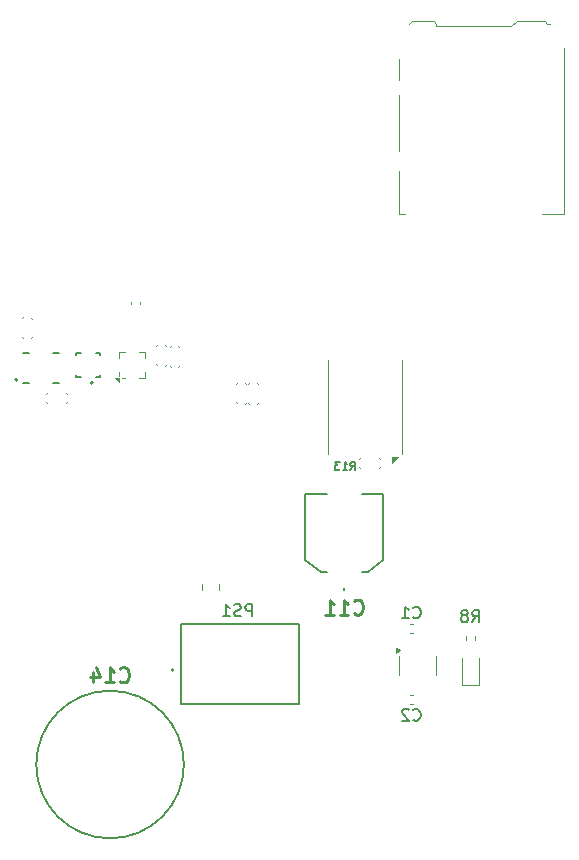
<source format=gbr>
G04 #@! TF.GenerationSoftware,KiCad,Pcbnew,9.0.3*
G04 #@! TF.CreationDate,2025-12-20T12:13:59-05:00*
G04 #@! TF.ProjectId,Experimental,45787065-7269-46d6-956e-74616c2e6b69,rev?*
G04 #@! TF.SameCoordinates,Original*
G04 #@! TF.FileFunction,Legend,Bot*
G04 #@! TF.FilePolarity,Positive*
%FSLAX46Y46*%
G04 Gerber Fmt 4.6, Leading zero omitted, Abs format (unit mm)*
G04 Created by KiCad (PCBNEW 9.0.3) date 2025-12-20 12:13:59*
%MOMM*%
%LPD*%
G01*
G04 APERTURE LIST*
%ADD10C,0.254000*%
%ADD11C,0.150000*%
%ADD12C,0.200000*%
%ADD13C,0.127000*%
%ADD14C,0.076200*%
%ADD15C,0.120000*%
G04 APERTURE END LIST*
D10*
X109316428Y-107414645D02*
X109376904Y-107475122D01*
X109376904Y-107475122D02*
X109558333Y-107535598D01*
X109558333Y-107535598D02*
X109679285Y-107535598D01*
X109679285Y-107535598D02*
X109860714Y-107475122D01*
X109860714Y-107475122D02*
X109981666Y-107354169D01*
X109981666Y-107354169D02*
X110042143Y-107233217D01*
X110042143Y-107233217D02*
X110102619Y-106991312D01*
X110102619Y-106991312D02*
X110102619Y-106809883D01*
X110102619Y-106809883D02*
X110042143Y-106567979D01*
X110042143Y-106567979D02*
X109981666Y-106447026D01*
X109981666Y-106447026D02*
X109860714Y-106326074D01*
X109860714Y-106326074D02*
X109679285Y-106265598D01*
X109679285Y-106265598D02*
X109558333Y-106265598D01*
X109558333Y-106265598D02*
X109376904Y-106326074D01*
X109376904Y-106326074D02*
X109316428Y-106386550D01*
X108106904Y-107535598D02*
X108832619Y-107535598D01*
X108469762Y-107535598D02*
X108469762Y-106265598D01*
X108469762Y-106265598D02*
X108590714Y-106447026D01*
X108590714Y-106447026D02*
X108711666Y-106567979D01*
X108711666Y-106567979D02*
X108832619Y-106628455D01*
X107018333Y-106688931D02*
X107018333Y-107535598D01*
X107320714Y-106205122D02*
X107623095Y-107112264D01*
X107623095Y-107112264D02*
X106836904Y-107112264D01*
D11*
X134166666Y-102026330D02*
X134214285Y-102073950D01*
X134214285Y-102073950D02*
X134357142Y-102121569D01*
X134357142Y-102121569D02*
X134452380Y-102121569D01*
X134452380Y-102121569D02*
X134595237Y-102073950D01*
X134595237Y-102073950D02*
X134690475Y-101978711D01*
X134690475Y-101978711D02*
X134738094Y-101883473D01*
X134738094Y-101883473D02*
X134785713Y-101692997D01*
X134785713Y-101692997D02*
X134785713Y-101550140D01*
X134785713Y-101550140D02*
X134738094Y-101359664D01*
X134738094Y-101359664D02*
X134690475Y-101264426D01*
X134690475Y-101264426D02*
X134595237Y-101169188D01*
X134595237Y-101169188D02*
X134452380Y-101121569D01*
X134452380Y-101121569D02*
X134357142Y-101121569D01*
X134357142Y-101121569D02*
X134214285Y-101169188D01*
X134214285Y-101169188D02*
X134166666Y-101216807D01*
X133214285Y-102121569D02*
X133785713Y-102121569D01*
X133499999Y-102121569D02*
X133499999Y-101121569D01*
X133499999Y-101121569D02*
X133595237Y-101264426D01*
X133595237Y-101264426D02*
X133690475Y-101359664D01*
X133690475Y-101359664D02*
X133785713Y-101407283D01*
X120519285Y-101941569D02*
X120519285Y-100941569D01*
X120519285Y-100941569D02*
X120138333Y-100941569D01*
X120138333Y-100941569D02*
X120043095Y-100989188D01*
X120043095Y-100989188D02*
X119995476Y-101036807D01*
X119995476Y-101036807D02*
X119947857Y-101132045D01*
X119947857Y-101132045D02*
X119947857Y-101274902D01*
X119947857Y-101274902D02*
X119995476Y-101370140D01*
X119995476Y-101370140D02*
X120043095Y-101417759D01*
X120043095Y-101417759D02*
X120138333Y-101465378D01*
X120138333Y-101465378D02*
X120519285Y-101465378D01*
X119566904Y-101893950D02*
X119424047Y-101941569D01*
X119424047Y-101941569D02*
X119185952Y-101941569D01*
X119185952Y-101941569D02*
X119090714Y-101893950D01*
X119090714Y-101893950D02*
X119043095Y-101846330D01*
X119043095Y-101846330D02*
X118995476Y-101751092D01*
X118995476Y-101751092D02*
X118995476Y-101655854D01*
X118995476Y-101655854D02*
X119043095Y-101560616D01*
X119043095Y-101560616D02*
X119090714Y-101512997D01*
X119090714Y-101512997D02*
X119185952Y-101465378D01*
X119185952Y-101465378D02*
X119376428Y-101417759D01*
X119376428Y-101417759D02*
X119471666Y-101370140D01*
X119471666Y-101370140D02*
X119519285Y-101322521D01*
X119519285Y-101322521D02*
X119566904Y-101227283D01*
X119566904Y-101227283D02*
X119566904Y-101132045D01*
X119566904Y-101132045D02*
X119519285Y-101036807D01*
X119519285Y-101036807D02*
X119471666Y-100989188D01*
X119471666Y-100989188D02*
X119376428Y-100941569D01*
X119376428Y-100941569D02*
X119138333Y-100941569D01*
X119138333Y-100941569D02*
X118995476Y-100989188D01*
X118043095Y-101941569D02*
X118614523Y-101941569D01*
X118328809Y-101941569D02*
X118328809Y-100941569D01*
X118328809Y-100941569D02*
X118424047Y-101084426D01*
X118424047Y-101084426D02*
X118519285Y-101179664D01*
X118519285Y-101179664D02*
X118614523Y-101227283D01*
X128850282Y-89566654D02*
X129084062Y-89232682D01*
X129251048Y-89566654D02*
X129251048Y-88865314D01*
X129251048Y-88865314D02*
X128983871Y-88865314D01*
X128983871Y-88865314D02*
X128917076Y-88898711D01*
X128917076Y-88898711D02*
X128883679Y-88932108D01*
X128883679Y-88932108D02*
X128850282Y-88998902D01*
X128850282Y-88998902D02*
X128850282Y-89099094D01*
X128850282Y-89099094D02*
X128883679Y-89165888D01*
X128883679Y-89165888D02*
X128917076Y-89199285D01*
X128917076Y-89199285D02*
X128983871Y-89232682D01*
X128983871Y-89232682D02*
X129251048Y-89232682D01*
X128182339Y-89566654D02*
X128583105Y-89566654D01*
X128382722Y-89566654D02*
X128382722Y-88865314D01*
X128382722Y-88865314D02*
X128449516Y-88965505D01*
X128449516Y-88965505D02*
X128516311Y-89032299D01*
X128516311Y-89032299D02*
X128583105Y-89065697D01*
X127948559Y-88865314D02*
X127514396Y-88865314D01*
X127514396Y-88865314D02*
X127748176Y-89132491D01*
X127748176Y-89132491D02*
X127647985Y-89132491D01*
X127647985Y-89132491D02*
X127581191Y-89165888D01*
X127581191Y-89165888D02*
X127547793Y-89199285D01*
X127547793Y-89199285D02*
X127514396Y-89266079D01*
X127514396Y-89266079D02*
X127514396Y-89433065D01*
X127514396Y-89433065D02*
X127547793Y-89499859D01*
X127547793Y-89499859D02*
X127581191Y-89533257D01*
X127581191Y-89533257D02*
X127647985Y-89566654D01*
X127647985Y-89566654D02*
X127848368Y-89566654D01*
X127848368Y-89566654D02*
X127915162Y-89533257D01*
X127915162Y-89533257D02*
X127948559Y-89499859D01*
X134166666Y-110692830D02*
X134214285Y-110740450D01*
X134214285Y-110740450D02*
X134357142Y-110788069D01*
X134357142Y-110788069D02*
X134452380Y-110788069D01*
X134452380Y-110788069D02*
X134595237Y-110740450D01*
X134595237Y-110740450D02*
X134690475Y-110645211D01*
X134690475Y-110645211D02*
X134738094Y-110549973D01*
X134738094Y-110549973D02*
X134785713Y-110359497D01*
X134785713Y-110359497D02*
X134785713Y-110216640D01*
X134785713Y-110216640D02*
X134738094Y-110026164D01*
X134738094Y-110026164D02*
X134690475Y-109930926D01*
X134690475Y-109930926D02*
X134595237Y-109835688D01*
X134595237Y-109835688D02*
X134452380Y-109788069D01*
X134452380Y-109788069D02*
X134357142Y-109788069D01*
X134357142Y-109788069D02*
X134214285Y-109835688D01*
X134214285Y-109835688D02*
X134166666Y-109883307D01*
X133785713Y-109883307D02*
X133738094Y-109835688D01*
X133738094Y-109835688D02*
X133642856Y-109788069D01*
X133642856Y-109788069D02*
X133404761Y-109788069D01*
X133404761Y-109788069D02*
X133309523Y-109835688D01*
X133309523Y-109835688D02*
X133261904Y-109883307D01*
X133261904Y-109883307D02*
X133214285Y-109978545D01*
X133214285Y-109978545D02*
X133214285Y-110073783D01*
X133214285Y-110073783D02*
X133261904Y-110216640D01*
X133261904Y-110216640D02*
X133833332Y-110788069D01*
X133833332Y-110788069D02*
X133214285Y-110788069D01*
D10*
X129141428Y-101687085D02*
X129201904Y-101747562D01*
X129201904Y-101747562D02*
X129383333Y-101808038D01*
X129383333Y-101808038D02*
X129504285Y-101808038D01*
X129504285Y-101808038D02*
X129685714Y-101747562D01*
X129685714Y-101747562D02*
X129806666Y-101626609D01*
X129806666Y-101626609D02*
X129867143Y-101505657D01*
X129867143Y-101505657D02*
X129927619Y-101263752D01*
X129927619Y-101263752D02*
X129927619Y-101082323D01*
X129927619Y-101082323D02*
X129867143Y-100840419D01*
X129867143Y-100840419D02*
X129806666Y-100719466D01*
X129806666Y-100719466D02*
X129685714Y-100598514D01*
X129685714Y-100598514D02*
X129504285Y-100538038D01*
X129504285Y-100538038D02*
X129383333Y-100538038D01*
X129383333Y-100538038D02*
X129201904Y-100598514D01*
X129201904Y-100598514D02*
X129141428Y-100658990D01*
X127931904Y-101808038D02*
X128657619Y-101808038D01*
X128294762Y-101808038D02*
X128294762Y-100538038D01*
X128294762Y-100538038D02*
X128415714Y-100719466D01*
X128415714Y-100719466D02*
X128536666Y-100840419D01*
X128536666Y-100840419D02*
X128657619Y-100900895D01*
X126722380Y-101808038D02*
X127448095Y-101808038D01*
X127085238Y-101808038D02*
X127085238Y-100538038D01*
X127085238Y-100538038D02*
X127206190Y-100719466D01*
X127206190Y-100719466D02*
X127327142Y-100840419D01*
X127327142Y-100840419D02*
X127448095Y-100900895D01*
D11*
X139166666Y-102439069D02*
X139499999Y-101962878D01*
X139738094Y-102439069D02*
X139738094Y-101439069D01*
X139738094Y-101439069D02*
X139357142Y-101439069D01*
X139357142Y-101439069D02*
X139261904Y-101486688D01*
X139261904Y-101486688D02*
X139214285Y-101534307D01*
X139214285Y-101534307D02*
X139166666Y-101629545D01*
X139166666Y-101629545D02*
X139166666Y-101772402D01*
X139166666Y-101772402D02*
X139214285Y-101867640D01*
X139214285Y-101867640D02*
X139261904Y-101915259D01*
X139261904Y-101915259D02*
X139357142Y-101962878D01*
X139357142Y-101962878D02*
X139738094Y-101962878D01*
X138595237Y-101867640D02*
X138690475Y-101820021D01*
X138690475Y-101820021D02*
X138738094Y-101772402D01*
X138738094Y-101772402D02*
X138785713Y-101677164D01*
X138785713Y-101677164D02*
X138785713Y-101629545D01*
X138785713Y-101629545D02*
X138738094Y-101534307D01*
X138738094Y-101534307D02*
X138690475Y-101486688D01*
X138690475Y-101486688D02*
X138595237Y-101439069D01*
X138595237Y-101439069D02*
X138404761Y-101439069D01*
X138404761Y-101439069D02*
X138309523Y-101486688D01*
X138309523Y-101486688D02*
X138261904Y-101534307D01*
X138261904Y-101534307D02*
X138214285Y-101629545D01*
X138214285Y-101629545D02*
X138214285Y-101677164D01*
X138214285Y-101677164D02*
X138261904Y-101772402D01*
X138261904Y-101772402D02*
X138309523Y-101820021D01*
X138309523Y-101820021D02*
X138404761Y-101867640D01*
X138404761Y-101867640D02*
X138595237Y-101867640D01*
X138595237Y-101867640D02*
X138690475Y-101915259D01*
X138690475Y-101915259D02*
X138738094Y-101962878D01*
X138738094Y-101962878D02*
X138785713Y-102058116D01*
X138785713Y-102058116D02*
X138785713Y-102248592D01*
X138785713Y-102248592D02*
X138738094Y-102343830D01*
X138738094Y-102343830D02*
X138690475Y-102391450D01*
X138690475Y-102391450D02*
X138595237Y-102439069D01*
X138595237Y-102439069D02*
X138404761Y-102439069D01*
X138404761Y-102439069D02*
X138309523Y-102391450D01*
X138309523Y-102391450D02*
X138261904Y-102343830D01*
X138261904Y-102343830D02*
X138214285Y-102248592D01*
X138214285Y-102248592D02*
X138214285Y-102058116D01*
X138214285Y-102058116D02*
X138261904Y-101962878D01*
X138261904Y-101962878D02*
X138309523Y-101915259D01*
X138309523Y-101915259D02*
X138404761Y-101867640D01*
D12*
X100648400Y-81925000D02*
G75*
G02*
X100448400Y-81925000I-100000J0D01*
G01*
X100448400Y-81925000D02*
G75*
G02*
X100648400Y-81925000I100000J0D01*
G01*
D13*
X101648400Y-82230000D02*
X101088400Y-82230000D01*
X103628400Y-82230000D02*
X104188400Y-82230000D01*
X101088400Y-79630000D02*
X101648400Y-79630000D01*
X103628400Y-79630000D02*
X104188400Y-79630000D01*
D12*
X114750000Y-114500000D02*
G75*
G02*
X102250000Y-114500000I-6250000J0D01*
G01*
X102250000Y-114500000D02*
G75*
G02*
X114750000Y-114500000I6250000J0D01*
G01*
D14*
X112544100Y-80774500D02*
G75*
G02*
X112417100Y-80647500I0J127000D01*
G01*
X113306100Y-80647500D02*
G75*
G02*
X113179100Y-80774500I-127000J0D01*
G01*
X113179100Y-78996500D02*
G75*
G02*
X113306100Y-79123500I0J-127000D01*
G01*
X112417100Y-79123500D02*
G75*
G02*
X112544100Y-78996500I127000J0D01*
G01*
D15*
X134107836Y-102640000D02*
X133892164Y-102640000D01*
X134107836Y-103360000D02*
X133892164Y-103360000D01*
X110998400Y-75537836D02*
X110998400Y-75322164D01*
X110278400Y-75537836D02*
X110278400Y-75322164D01*
D13*
X105608400Y-81530000D02*
X105608400Y-81710000D01*
X105608400Y-81710000D02*
X106008400Y-81710000D01*
X107268400Y-81710000D02*
X107668400Y-81710000D01*
X107668400Y-81710000D02*
X107668400Y-81530000D01*
X107668400Y-79830000D02*
X107668400Y-79650000D01*
X107668400Y-79650000D02*
X107268400Y-79650000D01*
X105608400Y-79830000D02*
X105608400Y-79650000D01*
X105608400Y-79650000D02*
X106008400Y-79650000D01*
D12*
X107038400Y-82180000D02*
G75*
G02*
X106838400Y-82180000I-100000J0D01*
G01*
X106838400Y-82180000D02*
G75*
G02*
X107038400Y-82180000I100000J0D01*
G01*
D15*
X116265000Y-99238748D02*
X116265000Y-99761252D01*
X117735000Y-99238748D02*
X117735000Y-99761252D01*
D14*
X120320900Y-84003500D02*
G75*
G02*
X120193900Y-83876500I0J127000D01*
G01*
X121082900Y-83876500D02*
G75*
G02*
X120955900Y-84003500I-127000J0D01*
G01*
X120955900Y-82225500D02*
G75*
G02*
X121082900Y-82352500I0J-127000D01*
G01*
X120193900Y-82352500D02*
G75*
G02*
X120320900Y-82225500I127000J0D01*
G01*
D15*
X132995000Y-67850000D02*
X132995000Y-64240000D01*
X132995000Y-62540000D02*
X132995000Y-57840000D01*
X132995000Y-56540000D02*
X132995000Y-54740000D01*
X133445000Y-67850000D02*
X132995000Y-67850000D01*
X134025000Y-51580000D02*
X133825000Y-51780000D01*
X134025000Y-51580000D02*
X135885000Y-51580000D01*
X135885000Y-51580000D02*
X136095000Y-51780000D01*
X136095000Y-51930000D02*
X136095000Y-51780000D01*
X136095000Y-51930000D02*
X142465000Y-51930000D01*
X142975000Y-51580000D02*
X142465000Y-51930000D01*
X145045000Y-67850000D02*
X146965000Y-67850000D01*
X145285000Y-51580000D02*
X142975000Y-51580000D01*
X145285000Y-51580000D02*
X145485000Y-51780000D01*
X145485000Y-51780000D02*
X145745000Y-51780000D01*
X146965000Y-67850000D02*
X146965000Y-53840000D01*
D13*
X114500000Y-109340000D02*
X114500000Y-102610000D01*
X114500000Y-102610000D02*
X124500000Y-102610000D01*
X124500000Y-102610000D02*
X124500000Y-109340000D01*
X124500000Y-109340000D02*
X114500000Y-109340000D01*
D12*
X113885000Y-106500000D02*
G75*
G02*
X113685000Y-106500000I-100000J0D01*
G01*
X113685000Y-106500000D02*
G75*
G02*
X113885000Y-106500000I100000J0D01*
G01*
D14*
X103111000Y-83182500D02*
G75*
G02*
X103238000Y-83055500I127000J0D01*
G01*
X103238000Y-83944500D02*
G75*
G02*
X103111000Y-83817500I0J127000D01*
G01*
X104889000Y-83817500D02*
G75*
G02*
X104762000Y-83944500I-127000J0D01*
G01*
X104762000Y-83055500D02*
G75*
G02*
X104889000Y-83182500I0J-127000D01*
G01*
D15*
X132990000Y-106137500D02*
X132990000Y-105337500D01*
X132990000Y-106137500D02*
X132990000Y-106937500D01*
X136110000Y-106137500D02*
X136110000Y-105337500D01*
X136110000Y-106137500D02*
X136110000Y-106937500D01*
X133040000Y-104837500D02*
X132710000Y-105077500D01*
X132710000Y-104597500D01*
X133040000Y-104837500D01*
G36*
X133040000Y-104837500D02*
G01*
X132710000Y-105077500D01*
X132710000Y-104597500D01*
X133040000Y-104837500D01*
G37*
D14*
X119320900Y-84003500D02*
G75*
G02*
X119193900Y-83876500I0J127000D01*
G01*
X120082900Y-83876500D02*
G75*
G02*
X119955900Y-84003500I-127000J0D01*
G01*
X119955900Y-82225500D02*
G75*
G02*
X120082900Y-82352500I0J-127000D01*
G01*
X119193900Y-82352500D02*
G75*
G02*
X119320900Y-82225500I127000J0D01*
G01*
X131389000Y-89317500D02*
G75*
G02*
X131262000Y-89444500I-127000J0D01*
G01*
X131262000Y-88555500D02*
G75*
G02*
X131389000Y-88682500I0J-127000D01*
G01*
X129611000Y-88682500D02*
G75*
G02*
X129738000Y-88555500I127000J0D01*
G01*
X129738000Y-89444500D02*
G75*
G02*
X129611000Y-89317500I0J127000D01*
G01*
X101182500Y-78444500D02*
G75*
G02*
X101055500Y-78317500I0J127000D01*
G01*
X101944500Y-78317500D02*
G75*
G02*
X101817500Y-78444500I-127000J0D01*
G01*
X101817500Y-76666500D02*
G75*
G02*
X101944500Y-76793500I0J-127000D01*
G01*
X101055500Y-76793500D02*
G75*
G02*
X101182500Y-76666500I127000J0D01*
G01*
X113682500Y-80889000D02*
G75*
G02*
X113555500Y-80762000I0J127000D01*
G01*
X114444500Y-80762000D02*
G75*
G02*
X114317500Y-80889000I-127000J0D01*
G01*
X114317500Y-79111000D02*
G75*
G02*
X114444500Y-79238000I0J-127000D01*
G01*
X113555500Y-79238000D02*
G75*
G02*
X113682500Y-79111000I127000J0D01*
G01*
D15*
X134107836Y-108640000D02*
X133892164Y-108640000D01*
X134107836Y-109360000D02*
X133892164Y-109360000D01*
D12*
X126825000Y-91595000D02*
X125025000Y-91595000D01*
X125025000Y-91595000D02*
X125025000Y-97145000D01*
X125025000Y-97145000D02*
X126325000Y-98195000D01*
X126325000Y-98195000D02*
X126825000Y-98195000D01*
X129825000Y-98195000D02*
X130325000Y-98195000D01*
X130325000Y-98195000D02*
X131625000Y-97145000D01*
X131625000Y-97145000D02*
X131625000Y-91595000D01*
X131625000Y-91595000D02*
X129825000Y-91595000D01*
X128325000Y-99695000D02*
X128325000Y-99695000D01*
X128325000Y-99595000D02*
X128325000Y-99595000D01*
X128325000Y-99695000D02*
X128325000Y-99695000D01*
X128325000Y-99695000D02*
G75*
G02*
X128325000Y-99595000I0J50000D01*
G01*
X128325000Y-99595000D02*
G75*
G02*
X128325000Y-99695000I0J-50000D01*
G01*
X128325000Y-99695000D02*
G75*
G02*
X128325000Y-99595000I0J50000D01*
G01*
D15*
X126965000Y-88250000D02*
X126965000Y-80250000D01*
X133185000Y-88240000D02*
X133185000Y-80250000D01*
X132385000Y-88960000D02*
X132385000Y-88480000D01*
X132865000Y-88480000D01*
X132385000Y-88960000D01*
G36*
X132385000Y-88960000D02*
G01*
X132385000Y-88480000D01*
X132865000Y-88480000D01*
X132385000Y-88960000D01*
G37*
X109288400Y-81767500D02*
X109288400Y-81767500D01*
X109288400Y-81267500D02*
X109288400Y-81567500D01*
X109288400Y-80067500D02*
X109288400Y-80067500D01*
X109288400Y-79567500D02*
X109288400Y-80067500D01*
X109788400Y-81767500D02*
X109488400Y-81767500D01*
X109788400Y-79567500D02*
X109288400Y-79567500D01*
X110988400Y-81767500D02*
X111488400Y-81767500D01*
X110988400Y-79567500D02*
X110988400Y-79567500D01*
X111488400Y-81767500D02*
X111488400Y-81267500D01*
X111488400Y-81267500D02*
X111488400Y-81267500D01*
X111488400Y-80067500D02*
X111488400Y-79567500D01*
X111488400Y-79567500D02*
X110988400Y-79567500D01*
X109288400Y-82127500D02*
X108928400Y-81767500D01*
X109288400Y-81767500D01*
X109288400Y-82127500D01*
G36*
X109288400Y-82127500D02*
G01*
X108928400Y-81767500D01*
X109288400Y-81767500D01*
X109288400Y-82127500D01*
G37*
X138620000Y-103633859D02*
X138620000Y-103941141D01*
X139380000Y-103633859D02*
X139380000Y-103941141D01*
X139735000Y-107772500D02*
X138265000Y-107772500D01*
X138265000Y-107772500D02*
X138265000Y-105487500D01*
X139735000Y-105487500D02*
X139735000Y-107772500D01*
M02*

</source>
